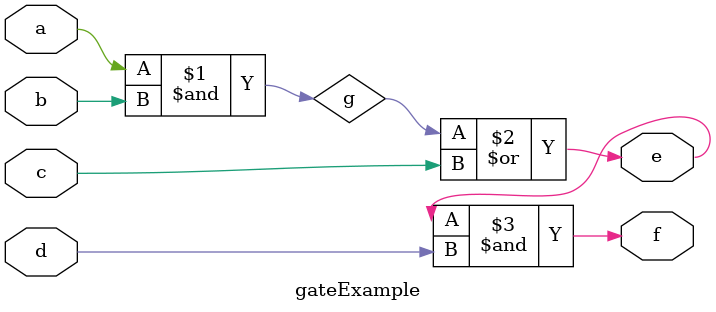
<source format=v>
module gateExample( 
    a, b, c, d,
    e, f);
  input wire a;
  input wire b;
  input wire c;
  input wire d;
  output wire e;
  output wire f;
  wire g;
  assign g = a & b;
  assign e = g | c; 
  assign f = e & d;

endmodule
</source>
